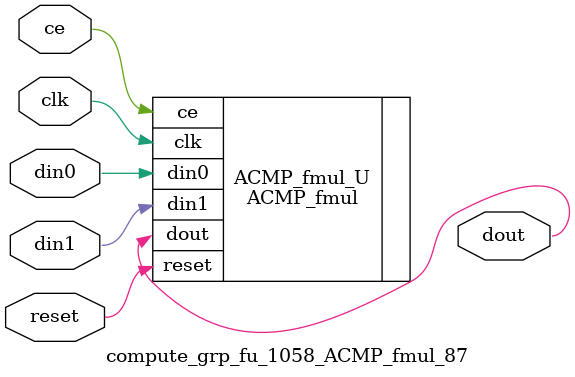
<source format=v>

`timescale 1 ns / 1 ps
module compute_grp_fu_1058_ACMP_fmul_87(
    clk,
    reset,
    ce,
    din0,
    din1,
    dout);

parameter ID = 32'd1;
parameter NUM_STAGE = 32'd1;
parameter din0_WIDTH = 32'd1;
parameter din1_WIDTH = 32'd1;
parameter dout_WIDTH = 32'd1;
input clk;
input reset;
input ce;
input[din0_WIDTH - 1:0] din0;
input[din1_WIDTH - 1:0] din1;
output[dout_WIDTH - 1:0] dout;



ACMP_fmul #(
.ID( ID ),
.NUM_STAGE( 4 ),
.din0_WIDTH( din0_WIDTH ),
.din1_WIDTH( din1_WIDTH ),
.dout_WIDTH( dout_WIDTH ))
ACMP_fmul_U(
    .clk( clk ),
    .reset( reset ),
    .ce( ce ),
    .din0( din0 ),
    .din1( din1 ),
    .dout( dout ));

endmodule

</source>
